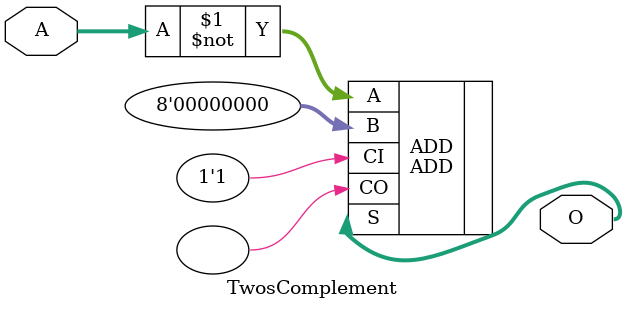
<source format=v>
`timescale 1ns / 1ps

module TwosComplement #(parameter N = 8)(
	input [N-1:0] A,
	output [N-1:0] O
);

	ADD #(.N(N)) ADD(
		.A(~A),
		.B({N{1'b0}}),
		.CI(1'b1),
		.S(O), 
		.CO()
	);


endmodule

</source>
